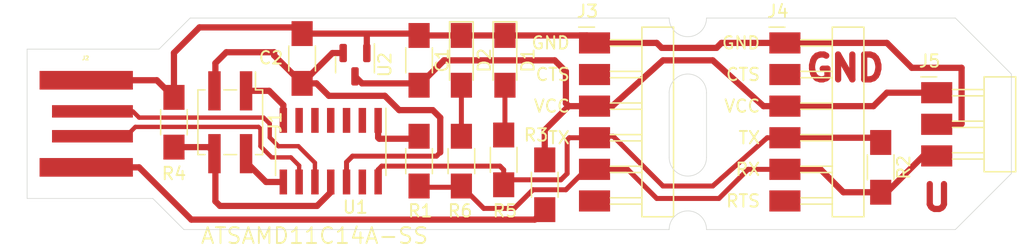
<source format=kicad_pcb>
(kicad_pcb (version 20211014) (generator pcbnew)
  (layers (0 "F.Cu" signal) (31 "B.Cu" signal) (34 "B.Paste" user) (35 "F.Paste" user) (36 "B.SilkS" user "B.Silkscreen") (37 "F.SilkS" user "F.Silkscreen") (38 "B.Mask" user) (39 "F.Mask" user) (44 "Edge.Cuts" user))
  (net 0 "")
  (net 1 "GND")
  (net 2 "+5V")
  (net 3 "+3V3")
  (net 4 "/USB_P")
  (net 5 "/USB_M")
  (net 6 "/TX")
  (net 8 "/DIO")
  (net 18 "Net-(D1-Pad2)")
  (net 19 "Net-(D2-Pad2)")
  (net 20 "/GND2")
  (net 21 "Net-(J1-Pad1)")
  (net 22 "/RX")
  (net 23 "/RX3V")
  (net 24 "Net-(J2-Pad5V)")
  (footprint "fab:PinHeader_FTDI_01x06_P2.54mm_Horizontal_SMD" (layer "F.Cu") (at 21 -16)
    (fp_text reference "J3" (at -1.524 -2.54 180) (layer "F.SilkS") (effects (justify left)))
    (fp_text value "FTDI Out")
    (fp_text user "GND" (at -1.905 0) (layer "F.SilkS") (effects (justify right)))
    (fp_text user "CTS" (at -1.905 2.54) (layer "F.SilkS") (effects (justify right)))
    (fp_text user "VCC" (at -1.905 5.08) (layer "F.SilkS") (effects (justify right)))
    (fp_text user "TX" (at -1.905 7.62) (layer "F.SilkS") (effects (justify right)))
    (fp_line (start 6.35 -1.27) (end 6.35 13.97) (layer "F.SilkS") (width 0.12))
    (fp_line (start 3.81 9.906) (end 1.27 9.906) (layer "F.SilkS") (width 0.12))
    (fp_line (start 3.81 12.954) (end 1.27 12.954) (layer "F.SilkS") (width 0.12))
    (fp_line (start 3.81 -1.27) (end 6.35 -1.27) (layer "F.SilkS") (width 0.12))
    (fp_line (start 3.81 5.334) (end 1.27 5.334) (layer "F.SilkS") (width 0.12))
    (fp_line (start 3.81 4.826) (end 1.27 4.826) (layer "F.SilkS") (width 0.12))
    (fp_line (start 3.81 2.286) (end 1.27 2.286) (layer "F.SilkS") (width 0.12))
    (fp_line (start 3.81 12.446) (end 1.27 12.446) (layer "F.SilkS") (width 0.12))
    (fp_line (start 3.81 7.366) (end 1.27 7.366) (layer "F.SilkS") (width 0.12))
    (fp_line (start 3.81 13.97) (end 3.81 -1.27) (layer "F.SilkS") (width 0.12))
    (fp_line (start 3.81 0.254) (end 1.27 0.254) (layer "F.SilkS") (width 0.12))
    (fp_line (start -1.27 -1.27) (end 0 -1.27) (layer "F.SilkS") (width 0.12))
    (fp_line (start 3.81 2.794) (end 1.27 2.794) (layer "F.SilkS") (width 0.12))
    (fp_line (start 3.81 7.874) (end 1.27 7.874) (layer "F.SilkS") (width 0.12))
    (fp_line (start 3.81 -0.254) (end 1.27 -0.254) (layer "F.SilkS") (width 0.12))
    (fp_line (start 3.81 10.414) (end 1.27 10.414) (layer "F.SilkS") (width 0.12))
    (fp_line (start 6.35 13.97) (end 3.81 13.97) (layer "F.SilkS") (width 0.12))
    (pad "1" smd rect locked (at 0 0) (size 2.5 1.7) (layers "F.Cu" "F.Paste" "F.Mask") (net 1 "GND"))
    (pad "2" smd rect locked (at 0 2.54) (size 2.5 1.7) (layers "F.Cu" "F.Paste" "F.Mask"))
    (pad "3" smd rect locked (at 0 5.08) (size 2.5 1.7) (layers "F.Cu" "F.Paste" "F.Mask") (net 2 "+5V"))
    (pad "4" smd rect locked (at 0 7.62) (size 2.5 1.7) (layers "F.Cu" "F.Paste" "F.Mask") (net 6 "/TX"))
    (pad "5" smd rect locked (at 0 10.16) (size 2.5 1.7) (layers "F.Cu" "F.Paste" "F.Mask") (net 22 "/RX"))
    (pad "6" smd rect locked (at 0 12.7) (size 2.5 1.7) (layers "F.Cu" "F.Paste" "F.Mask"))
  )
  (footprint "fab:PinHeader_FTDI_01x06_P2.54mm_Horizontal_SMD" (layer "F.Cu") (at 36.3 -16)
    (fp_text reference "J4" (at -1.524 -2.54 180) (layer "F.SilkS") (effects (justify left)))
    (fp_text value "FTDI In")
    (fp_text user "CTS" (at -1.905 2.54) (layer "F.SilkS") (effects (justify right)))
    (fp_text user "RTS" (at -1.905 12.7) (layer "F.SilkS") (effects (justify right)))
    (fp_text user "TX" (at -1.905 7.62) (layer "F.SilkS") (effects (justify right)))
    (fp_text user "VCC" (at -1.905 5.08) (layer "F.SilkS") (effects (justify right)))
    (fp_text user "GND" (at -1.905 0) (layer "F.SilkS") (effects (justify right)))
    (fp_text user "RX" (at -1.905 10.16) (layer "F.SilkS") (effects (justify right)))
    (fp_line (start 3.81 12.954) (end 1.27 12.954) (layer "F.SilkS") (width 0.12))
    (fp_line (start 3.81 2.794) (end 1.27 2.794) (layer "F.SilkS") (width 0.12))
    (fp_line (start 3.81 10.414) (end 1.27 10.414) (layer "F.SilkS") (width 0.12))
    (fp_line (start 6.35 -1.27) (end 6.35 13.97) (layer "F.SilkS") (width 0.12))
    (fp_line (start 3.81 4.826) (end 1.27 4.826) (layer "F.SilkS") (width 0.12))
    (fp_line (start 3.81 9.906) (end 1.27 9.906) (layer "F.SilkS") (width 0.12))
    (fp_line (start 6.35 13.97) (end 3.81 13.97) (layer "F.SilkS") (width 0.12))
    (fp_line (start -1.27 -1.27) (end 0 -1.27) (layer "F.SilkS") (width 0.12))
    (fp_line (start 3.81 2.286) (end 1.27 2.286) (layer "F.SilkS") (width 0.12))
    (fp_line (start 3.81 -1.27) (end 6.35 -1.27) (layer "F.SilkS") (width 0.12))
    (fp_line (start 3.81 0.254) (end 1.27 0.254) (layer "F.SilkS") (width 0.12))
    (fp_line (start 3.81 7.874) (end 1.27 7.874) (layer "F.SilkS") (width 0.12))
    (fp_line (start 3.81 7.366) (end 1.27 7.366) (layer "F.SilkS") (width 0.12))
    (fp_line (start 3.81 5.334) (end 1.27 5.334) (layer "F.SilkS") (width 0.12))
    (fp_line (start 3.81 13.97) (end 3.81 -1.27) (layer "F.SilkS") (width 0.12))
    (fp_line (start 3.81 -0.254) (end 1.27 -0.254) (layer "F.SilkS") (width 0.12))
    (fp_line (start 3.81 12.446) (end 1.27 12.446) (layer "F.SilkS") (width 0.12))
    (pad "1" smd rect locked (at 0 0) (size 2.5 1.7) (layers "F.Cu" "F.Paste" "F.Mask") (net 1 "GND"))
    (pad "2" smd rect locked (at 0 2.54) (size 2.5 1.7) (layers "F.Cu" "F.Paste" "F.Mask"))
    (pad "3" smd rect locked (at 0 5.08) (size 2.5 1.7) (layers "F.Cu" "F.Paste" "F.Mask") (net 2 "+5V"))
    (pad "4" smd rect locked (at 0 7.62) (size 2.5 1.7) (layers "F.Cu" "F.Paste" "F.Mask") (net 6 "/TX"))
    (pad "5" smd rect locked (at 0 10.16) (size 2.5 1.7) (layers "F.Cu" "F.Paste" "F.Mask") (net 22 "/RX"))
    (pad "6" smd rect locked (at 0 12.7) (size 2.5 1.7) (layers "F.Cu" "F.Paste" "F.Mask"))
  )
  (footprint "fab:C_1206" (layer "F.Cu") (at 6.9 -14.6 -90)
    (fp_text reference "C1" (at 0 -1.85 90) (layer "F.SilkS"))
    (fp_text value "1 uF")
    (fp_line (start -1 -1.07) (end 1 -1.07) (layer "F.SilkS") (width 0.12))
    (fp_line (start 1 1.07) (end -1 1.07) (layer "F.SilkS") (width 0.12))
    (pad "1" smd rect locked (at -2 0 270) (size 2 1.7) (layers "F.Cu" "F.Paste" "F.Mask") (net 1 "GND"))
    (pad "2" smd rect locked (at 2 0 270) (size 2 1.7) (layers "F.Cu" "F.Paste" "F.Mask") (net 2 "+5V"))
  )
  (footprint "fab:PinHeader_1x03_P2.54mm_Horizontal_SMD" (layer "F.Cu") (at 48.5 -12)
    (fp_text reference "J5" (at -1.524 -2.54 180) (layer "F.SilkS") (effects (justify left)))
    (fp_text value "UPDI Out")
    (fp_line (start 3.81 -0.254) (end 1.27 -0.254) (layer "F.SilkS") (width 0.12))
    (fp_line (start 3.81 2.794) (end 1.27 2.794) (layer "F.SilkS") (width 0.12))
    (fp_line (start 6.35 6.35) (end 3.81 6.35) (layer "F.SilkS") (width 0.12))
    (fp_line (start 3.81 6.35) (end 3.81 -1.27) (layer "F.SilkS") (width 0.12))
    (fp_line (start 3.81 0.254) (end 1.27 0.254) (layer "F.SilkS") (width 0.12))
    (fp_line (start 6.35 -1.27) (end 6.35 6.35) (layer "F.SilkS") (width 0.12))
    (fp_line (start 3.81 2.286) (end 1.27 2.286) (layer "F.SilkS") (width 0.12))
    (fp_line (start 3.81 5.334) (end 1.27 5.334) (layer "F.SilkS") (width 0.12))
    (fp_line (start 3.81 4.826) (end 1.27 4.826) (layer "F.SilkS") (width 0.12))
    (fp_line (start 3.81 -1.27) (end 6.35 -1.27) (layer "F.SilkS") (width 0.12))
    (fp_line (start -1.27 -1.27) (end 0 -1.27) (layer "F.SilkS") (width 0.12))
    (pad "1" smd rect locked (at 0 0) (size 2.5 1.7) (layers "F.Cu" "F.Paste" "F.Mask") (net 2 "+5V"))
    (pad "2" smd rect locked (at 0 2.54) (size 2.5 1.7) (layers "F.Cu" "F.Paste" "F.Mask") (net 1 "GND"))
    (pad "3" smd rect locked (at 0 5.08) (size 2.5 1.7) (layers "F.Cu" "F.Paste" "F.Mask") (net 22 "/RX"))
  )
  (footprint "fab:R_1206" (layer "F.Cu") (at 44 -6 -90)
    (fp_text reference "R2" (at 0 -1.85 90) (layer "F.SilkS"))
    (fp_text value "4.7K")
    (fp_line (start -1 -1.07) (end 1 -1.07) (layer "F.SilkS") (width 0.12))
    (fp_line (start 1 1.07) (end -1 1.07) (layer "F.SilkS") (width 0.12))
    (pad "1" smd rect locked (at -2 0 270) (size 2 1.7) (layers "F.Cu" "F.Paste" "F.Mask") (net 6 "/TX"))
    (pad "2" smd rect locked (at 2 0 270) (size 2 1.7) (layers "F.Cu" "F.Paste" "F.Mask") (net 22 "/RX"))
  )
  (footprint "fab:C_1206" (layer "F.Cu") (at -2.5 -14.75 90)
    (fp_text reference "C2" (at 0.05 -2.5 180) (layer "F.SilkS"))
    (fp_text value "1 uF")
    (fp_line (start -1 -1.07) (end 1 -1.07) (layer "F.SilkS") (width 0.12))
    (fp_line (start 1 1.07) (end -1 1.07) (layer "F.SilkS") (width 0.12))
    (pad "1" smd rect locked (at -2 0 90) (size 2 1.7) (layers "F.Cu" "F.Paste" "F.Mask") (net 3 "+3V3"))
    (pad "2" smd rect locked (at 2 0 90) (size 2 1.7) (layers "F.Cu" "F.Paste" "F.Mask") (net 1 "GND"))
  )
  (footprint "fab:R_1206" (layer "F.Cu") (at 6.9 -6.5 90)
    (fp_text reference "R1" (at -4 0.1 180) (layer "F.SilkS"))
    (fp_text value "1.2K")
    (fp_line (start -1 -1.07) (end 1 -1.07) (layer "F.SilkS") (width 0.12))
    (fp_line (start 1 1.07) (end -1 1.07) (layer "F.SilkS") (width 0.12))
    (pad "1" smd rect locked (at -2 0 90) (size 2 1.7) (layers "F.Cu" "F.Paste" "F.Mask") (net 22 "/RX"))
    (pad "2" smd rect locked (at 2 0 90) (size 2 1.7) (layers "F.Cu" "F.Paste" "F.Mask") (net 23 "/RX3V"))
  )
  (footprint "fab:SOIC-14_3.9x8.7mm_P1.27mm" (layer "F.Cu") (at -0.2 -7.3 -90)
    (fp_text reference "U1" (at 4.5 -1.975 180) (layer "F.SilkS"))
    (fp_text value "ATSAMD11C14A-SS" (at 6.8 1.3 180) (layer "F.SilkS") (effects (font (size 1.27 1.27))))
    (fp_line (start 0 -4.435) (end -3.45 -4.435) (layer "F.SilkS") (width 0.12))
    (fp_line (start 0 4.435) (end -1.95 4.435) (layer "F.SilkS") (width 0.12))
    (fp_line (start 0 4.435) (end 1.95 4.435) (layer "F.SilkS") (width 0.12))
    (fp_line (start 0 -4.435) (end 1.95 -4.435) (layer "F.SilkS") (width 0.12))
    (pad "1" smd rect locked (at -2.475 -3.81 270) (size 2 0.6) (layers "F.Cu" "F.Paste" "F.Mask") (net 23 "/RX3V"))
    (pad "2" smd rect locked (at -2.475 -2.54 270) (size 2 0.6) (layers "F.Cu" "F.Paste" "F.Mask"))
    (pad "3" smd rect locked (at -2.475 -1.27 270) (size 2 0.6) (layers "F.Cu" "F.Paste" "F.Mask"))
    (pad "4" smd rect locked (at -2.475 0 270) (size 2 0.6) (layers "F.Cu" "F.Paste" "F.Mask"))
    (pad "5" smd rect locked (at -2.475 1.27 270) (size 2 0.6) (layers "F.Cu" "F.Paste" "F.Mask"))
    (pad "6" smd rect locked (at -2.475 2.54 270) (size 2 0.6) (layers "F.Cu" "F.Paste" "F.Mask"))
    (pad "7" smd rect locked (at -2.475 3.81 270) (size 2 0.6) (layers "F.Cu" "F.Paste" "F.Mask") (net 21 "Net-(J1-Pad1)"))
    (pad "8" smd rect locked (at 2.475 3.81 270) (size 2 0.6) (layers "F.Cu" "F.Paste" "F.Mask") (net 8 "/DIO"))
    (pad "9" smd rect locked (at 2.475 2.54 270) (size 2 0.6) (layers "F.Cu" "F.Paste" "F.Mask") (net 5 "/USB_M"))
    (pad "10" smd rect locked (at 2.475 1.27 270) (size 2 0.6) (layers "F.Cu" "F.Paste" "F.Mask") (net 4 "/USB_P"))
    (pad "11" smd rect locked (at 2.475 0 270) (size 2 0.6) (layers "F.Cu" "F.Paste" "F.Mask") (net 20 "/GND2"))
    (pad "12" smd rect locked (at 2.475 -1.27 270) (size 2 0.6) (layers "F.Cu" "F.Paste" "F.Mask") (net 3 "+3V3"))
    (pad "13" smd rect locked (at 2.475 -2.54 270) (size 2 0.6) (layers "F.Cu" "F.Paste" "F.Mask"))
    (pad "14" smd rect locked (at 2.475 -3.81 270) (size 2 0.6) (layers "F.Cu" "F.Paste" "F.Mask") (net 6 "/TX"))
  )
  (footprint "fab:PinHeader_2x02_P2.54mm_Vertical_SMD" (layer "F.Cu") (at -8.275 -9.625 -90)
    (fp_text reference "J1" (at 0 -3.6 90) (layer "F.SilkS"))
    (fp_text value "SWD")
    (fp_line (start 2.6 -0.51) (end 2.6 0.51) (layer "F.SilkS") (width 0.12))
    (fp_line (start -2.6 -2.6) (end -2.6 -2.03) (layer "F.SilkS") (width 0.12))
    (fp_line (start 2.6 2.03) (end 2.6 2.6) (layer "F.SilkS") (width 0.12))
    (fp_line (start -2.6 -2.6) (end 2.6 -2.6) (layer "F.SilkS") (width 0.12))
    (fp_line (start -2.6 2.6) (end 2.6 2.6) (layer "F.SilkS") (width 0.12))
    (fp_line (start -4.04 -2.03) (end -2.6 -2.03) (layer "F.SilkS") (width 0.12))
    (fp_line (start 2.6 -2.6) (end 2.6 -2.03) (layer "F.SilkS") (width 0.12))
    (fp_line (start -2.6 2.03) (end -2.6 2.6) (layer "F.SilkS") (width 0.12))
    (fp_line (start -2.6 -0.51) (end -2.6 0.51) (layer "F.SilkS") (width 0.12))
    (pad "1" smd rect locked (at -2.525 -1.27 270) (size 3.15 1) (layers "F.Cu" "F.Paste" "F.Mask") (net 21 "Net-(J1-Pad1)"))
    (pad "2" smd rect locked (at 2.525 -1.27 270) (size 3.15 1) (layers "F.Cu" "F.Paste" "F.Mask") (net 8 "/DIO"))
    (pad "3" smd rect locked (at -2.525 1.27 270) (size 3.15 1) (layers "F.Cu" "F.Paste" "F.Mask") (net 3 "+3V3"))
    (pad "4" smd rect locked (at 2.525 1.27 270) (size 3.15 1) (layers "F.Cu" "F.Paste" "F.Mask") (net 20 "/GND2"))
  )
  (footprint "fab:R_1206" (layer "F.Cu") (at 17 -4.6 90)
    (fp_text reference "R3" (at 4 -0.7 180) (layer "F.SilkS"))
    (fp_text value "0K")
    (fp_line (start -1 -1.07) (end 1 -1.07) (layer "F.SilkS") (width 0.12))
    (fp_line (start 1 1.07) (end -1 1.07) (layer "F.SilkS") (width 0.12))
    (pad "1" smd rect locked (at -2 0 90) (size 2 1.7) (layers "F.Cu" "F.Paste" "F.Mask") (net 24 "Net-(J2-Pad5V)"))
    (pad "2" smd rect locked (at 2 0 90) (size 2 1.7) (layers "F.Cu" "F.Paste" "F.Mask") (net 2 "+5V"))
  )
  (footprint "fab:R_1206" (layer "F.Cu") (at -12.8 -9.625 -90)
    (fp_text reference "R4" (at 4.125 0 180) (layer "F.SilkS"))
    (fp_text value "0K")
    (fp_line (start 1 1.07) (end -1 1.07) (layer "F.SilkS") (width 0.12))
    (fp_line (start -1 -1.07) (end 1 -1.07) (layer "F.SilkS") (width 0.12))
    (pad "1" smd rect locked (at -2 0 270) (size 2 1.7) (layers "F.Cu" "F.Paste" "F.Mask") (net 1 "GND"))
    (pad "2" smd rect locked (at 2 0 270) (size 2 1.7) (layers "F.Cu" "F.Paste" "F.Mask") (net 20 "/GND2"))
  )
  (footprint "wheaton:FAB_USB-A-PCB" (layer "F.Cu") (at -19.65 -9.5)
    (fp_text reference "J2" (at -0.254 -5.2832) (layer "F.SilkS") (effects (font (size 0.32 0.32))))
    (fp_text value "FAB-USB-PCB")
    (pad "5V" smd rect locked (at -0.2 3.5) (size 7.5 1.5) (layers "F.Cu" "F.Paste" "F.Mask") (net 24 "Net-(J2-Pad5V)"))
    (pad "GND" smd rect locked (at -0.2 -3.5) (size 7.5 1.5) (layers "F.Cu" "F.Paste" "F.Mask") (net 1 "GND"))
    (pad "USB_M" smd rect locked (at 0.3 1) (size 6.5 1) (layers "F.Cu" "F.Paste" "F.Mask") (net 5 "/USB_M"))
    (pad "USB_P" smd rect locked (at 0.3 -1) (size 6.5 1) (layers "F.Cu" "F.Paste" "F.Mask") (net 4 "/USB_P"))
  )
  (footprint "fab:R_1206" (layer "F.Cu") (at 10.3 -6.5 -90)
    (fp_text reference "R6" (at 4 0.1 180) (layer "F.SilkS"))
    (fp_text value "500")
    (fp_line (start 1 1.07) (end -1 1.07) (layer "F.SilkS") (width 0.12))
    (fp_line (start -1 -1.07) (end 1 -1.07) (layer "F.SilkS") (width 0.12))
    (pad "1" smd rect locked (at -2 0 270) (size 2 1.7) (layers "F.Cu" "F.Paste" "F.Mask") (net 19 "Net-(D2-Pad2)"))
    (pad "2" smd rect locked (at 2 0 270) (size 2 1.7) (layers "F.Cu" "F.Paste" "F.Mask") (net 22 "/RX"))
  )
  (footprint "Package_TO_SOT_SMD:SOT-23" (layer "F.Cu") (at 1.75 -14.25 -90)
    (fp_text reference "U2" (at 0 -2.4 -90) (layer "F.SilkS"))
    (fp_text value "MCP1700")
    (fp_line (start 0 1.56) (end 0.65 1.56) (layer "F.SilkS") (width 0.12))
    (fp_line (start 0 -1.56) (end 0.65 -1.56) (layer "F.SilkS") (width 0.12))
    (fp_line (start 0 1.56) (end -0.65 1.56) (layer "F.SilkS") (width 0.12))
    (fp_line (start 0 -1.56) (end -1.675 -1.56) (layer "F.SilkS") (width 0.12))
    (pad "1" smd roundrect (at -0.9375 -0.95 270) (size 1.475 0.6) (layers "F.Cu" "F.Paste" "F.Mask") (net 1 "GND"))
    (pad "2" smd roundrect (at -0.9375 0.95 270) (size 1.475 0.6) (layers "F.Cu" "F.Paste" "F.Mask") (net 3 "+3V3"))
    (pad "3" smd roundrect (at 0.9375 0 270) (size 1.475 0.6) (layers "F.Cu" "F.Paste" "F.Mask") (net 2 "+5V"))
  )
  (footprint "fab:LED_1206" (layer "F.Cu") (at 10.3 -14.6 -90)
    (fp_text reference "D2" (at 0 -1.85 90) (layer "F.SilkS"))
    (fp_text value "GRN LED")
    (fp_line (start -3.1 -0.95) (end -3.1 0.95) (layer "F.SilkS") (width 0.12))
    (fp_line (start -3.1 0.95) (end 1.6 0.95) (layer "F.SilkS") (width 0.12))
    (fp_line (start -3.1 -0.95) (end 1.6 -0.95) (layer "F.SilkS") (width 0.12))
    (pad "1" smd rect locked (at -2 0 270) (size 2 1.7) (layers "F.Cu" "F.Paste" "F.Mask") (net 1 "GND"))
    (pad "2" smd rect locked (at 2 0 270) (size 2 1.7) (layers "F.Cu" "F.Paste" "F.Mask") (net 19 "Net-(D2-Pad2)"))
  )
  (footprint "fab:R_1206" (layer "F.Cu") (at 13.7 -6.6 90)
    (fp_text reference "R5" (at -4.1 0.1 180) (layer "F.SilkS"))
    (fp_text value "1.2K")
    (fp_line (start -1 -1.07) (end 1 -1.07) (layer "F.SilkS") (width 0.12))
    (fp_line (start 1 1.07) (end -1 1.07) (layer "F.SilkS") (width 0.12))
    (pad "1" smd rect locked (at -2 0 90) (size 2 1.7) (layers "F.Cu" "F.Paste" "F.Mask") (net 6 "/TX"))
    (pad "2" smd rect locked (at 2 0 90) (size 2 1.7) (layers "F.Cu" "F.Paste" "F.Mask") (net 18 "Net-(D1-Pad2)"))
  )
  (footprint "fab:LED_1206" (layer "F.Cu") (at 13.8 -14.6 -90)
    (fp_text reference "D1" (at 0 -1.85 90) (layer "F.SilkS"))
    (fp_text value "RED LED")
    (fp_line (start -3.1 -0.95) (end 1.6 -0.95) (layer "F.SilkS") (width 0.12))
    (fp_line (start -3.1 0.95) (end 1.6 0.95) (layer "F.SilkS") (width 0.12))
    (fp_line (start -3.1 -0.95) (end -3.1 0.95) (layer "F.SilkS") (width 0.12))
    (pad "1" smd rect locked (at -2 0 270) (size 2 1.7) (layers "F.Cu" "F.Paste" "F.Mask") (net 1 "GND"))
    (pad "2" smd rect locked (at 2 0 270) (size 2 1.7) (layers "F.Cu" "F.Paste" "F.Mask") (net 18 "Net-(D1-Pad2)"))
  )
  (gr_line (start 54.5 -5.5) (end 54.5 -13.5) (layer "Edge.Cuts") (width 0.05))
  (gr_line (start -11.5 -18) (end -14 -15.5) (layer "Edge.Cuts") (width 0.05))
  (gr_line (start -14 -15.5) (end -24.6 -15.5) (layer "Edge.Cuts") (width 0.05))
  (gr_arc (start 30 -18) (mid 28.5 -16.5) (end 27 -18) (layer "Edge.Cuts") (width 0.05))
  (gr_arc (start 27 -1) (mid 28.5 -2.5) (end 30 -1) (layer "Edge.Cuts") (width 0.05))
  (gr_line (start 54.5 -13.5) (end 50 -18) (layer "Edge.Cuts") (width 0.05))
  (gr_line (start 27 -6.8) (end 27 -12) (layer "Edge.Cuts") (width 0.05))
  (gr_line (start 30 -1) (end 50 -1) (layer "Edge.Cuts") (width 0.05))
  (gr_line (start 30 -12) (end 30 -6.8) (layer "Edge.Cuts") (width 0.05))
  (gr_line (start -24.6 -15.5) (end -24.6 -3.5) (layer "Edge.Cuts") (width 0.05))
  (gr_line (start 27 -18) (end -11.5 -18) (layer "Edge.Cuts") (width 0.05))
  (gr_arc (start 30 -6.8) (mid 28.5 -5.3) (end 27 -6.8) (layer "Edge.Cuts") (width 0.05))
  (gr_line (start 50 -1) (end 54.5 -5.5) (layer "Edge.Cuts") (width 0.05))
  (gr_line (start 30 -18) (end 50 -18) (layer "Edge.Cuts") (width 0.05))
  (gr_line (start -14.5 -3.5) (end -12 -1) (layer "Edge.Cuts") (width 0.05))
  (gr_line (start -24.6 -3.5) (end -14.5 -3.5) (layer "Edge.Cuts") (width 0.05))
  (gr_arc (start 27 -12) (mid 28.5 -13.5) (end 30 -12) (layer "Edge.Cuts") (width 0.05))
  (gr_line (start 27 -1) (end -12 -1) (layer "Edge.Cuts") (width 0.05))
  (gr_text "GND" (at 41.148 -13.97) (layer "F.Cu") (effects (font (size 2 2) (thickness 0.5))))
  (gr_text "U" (at 48.514 -3.556) (layer "F.Cu") (effects (font (size 2 2) (thickness 0.5))))
  (segment (start 30.8 -15.6) (end 31.2 -16) (width 0.5) (layer "F.Cu") (net 1))
  (segment (start 50.5 -14) (end 50.5 -9.5) (width 0.5) (layer "F.Cu") (net 1))
  (segment (start 46.5 -14) (end 50.5 -14) (width 0.5) (layer "F.Cu") (net 1))
  (segment (start 13.8 -16.6) (end 20.4 -16.6) (width 0.5) (layer "F.Cu") (net 1))
  (segment (start 6.9 -16.6) (end 6.4 -16.6) (width 0.5) (layer "F.Cu") (net 1))
  (segment (start 20.4 -16.6) (end 21 -16) (width 0.5) (layer "F.Cu") (net 1))
  (segment (start -3 -17.25) (end -2.5 -16.75) (width 0.5) (layer "F.Cu") (net 1))
  (segment (start 36.3 -16) (end 44.5 -16) (width 0.5) (layer "F.Cu") (net 1))
  (segment (start -12.8 -11.625) (end -12.8 -15.2) (width 0.5) (layer "F.Cu") (net 1))
  (segment (start -2.5 -16.75) (end 2.75 -16.75) (width 0.5) (layer "F.Cu") (net 1))
  (segment (start -12.8 -15.2) (end -10.75 -17.25) (width 0.5) (layer "F.Cu") (net 1))
  (segment (start 21 -16) (end 26 -16) (width 0.5) (layer "F.Cu") (net 1))
  (segment (start 10.3 -16.6) (end 13.8 -16.6) (width 0.5) (layer "F.Cu") (net 1))
  (segment (start 50.5 -9.5) (end 50.46 -9.46) (width 0.5) (layer "F.Cu") (net 1))
  (segment (start 6.9 -16.6) (end 10.3 -16.6) (width 0.5) (layer "F.Cu") (net 1))
  (segment (start 26 -16) (end 26.4 -15.6) (width 0.5) (layer "F.Cu") (net 1))
  (segment (start 6.75 -16.75) (end 6.9 -16.6) (width 0.5) (layer "F.Cu") (net 1))
  (segment (start -14.175 -13) (end -12.8 -11.625) (width 0.5) (layer "F.Cu") (net 1))
  (segment (start 26.4 -15.6) (end 30.8 -15.6) (width 0.5) (layer "F.Cu") (net 1))
  (segment (start 31.2 -16) (end 36.3 -16) (width 0.5) (layer "F.Cu") (net 1))
  (segment (start 2.75 -16.75) (end 6.75 -16.75) (width 0.5) (layer "F.Cu") (net 1))
  (segment (start 50.46 -9.46) (end 48.5 -9.46) (width 0.5) (layer "F.Cu") (net 1))
  (segment (start 2.7 -15.1875) (end 2.7 -16.7) (width 0.5) (layer "F.Cu") (net 1))
  (segment (start -19.85 -13) (end -14.175 -13) (width 0.5) (layer "F.Cu") (net 1))
  (segment (start 44.5 -16) (end 46.5 -14) (width 0.5) (layer "F.Cu") (net 1))
  (segment (start 2.7 -16.7) (end 2.75 -16.75) (width 0.5) (layer "F.Cu") (net 1))
  (segment (start -10.75 -17.25) (end -3 -17.25) (width 0.5) (layer "F.Cu") (net 1))
  (segment (start 36.3 -10.92) (end 43.42 -10.92) (width 0.5) (layer "F.Cu") (net 2))
  (segment (start 17 -9) (end 18.92 -10.92) (width 0.5) (layer "F.Cu") (net 2))
  (segment (start 30.5 -14.6) (end 34.58 -10.92) (width 0.5) (layer "F.Cu") (net 2))
  (segment (start 18.92 -10.92) (end 18.7 -11.14) (width 0.5) (layer "F.Cu") (net 2))
  (segment (start 6.9 -12.6) (end 6.75 -12.75) (width 0.5) (layer "F.Cu") (net 2))
  (segment (start 2.3125 -12.75) (end 1.75 -13.3125) (width 0.5) (layer "F.Cu") (net 2))
  (segment (start 8.9 -14.6) (end 6.9 -12.6) (width 0.5) (layer "F.Cu") (net 2))
  (segment (start 21 -10.92) (end 22.42 -10.92) (width 0.5) (layer "F.Cu") (net 2))
  (segment (start 44.5 -12) (end 48.5 -12) (width 0.5) (layer "F.Cu") (net 2))
  (segment (start 22.42 -10.92) (end 26.5 -14.6) (width 0.5) (layer "F.Cu") (net 2))
  (segment (start 43.42 -10.92) (end 44.5 -12) (width 0.5) (layer "F.Cu") (net 2))
  (segment (start 17.8 -14.6) (end 8.9 -14.6) (width 0.5) (layer "F.Cu") (net 2))
  (segment (start 18.7 -11.14) (end 18.7 -13.7) (width 0.5) (layer "F.Cu") (net 2))
  (segment (start 18.92 -10.92) (end 21 -10.92) (width 0.5) (layer "F.Cu") (net 2))
  (segment (start 34.58 -10.92) (end 36.3 -10.92) (width 0.5) (layer "F.Cu") (net 2))
  (segment (start 26.5 -14.6) (end 30.5 -14.6) (width 0.5) (layer "F.Cu") (net 2))
  (segment (start 17 -6.6) (end 17 -9) (width 0.5) (layer "F.Cu") (net 2))
  (segment (start 18.7 -13.7) (end 17.8 -14.6) (width 0.5) (layer "F.Cu") (net 2))
  (segment (start 6.75 -12.75) (end 2.3125 -12.75) (width 0.5) (layer "F.Cu") (net 2))
  (segment (start -1.35 -12.75) (end -0.35 -11.75) (width 0.5) (layer "F.Cu") (net 3))
  (segment (start -0.0625 -15.1875) (end -2.5 -12.75) (width 0.5) (layer "F.Cu") (net 3))
  (segment (start -4.75 -15.25) (end -8.594 -15.25) (width 0.5) (layer "F.Cu") (net 3))
  (segment (start 0.8 -15.1875) (end -0.0625 -15.1875) (width 0.5) (layer "F.Cu") (net 3))
  (segment (start 1.07 -4.825) (end 1.07 -6.42) (width 0.4) (layer "F.Cu") (net 3))
  (segment (start 4.15 -11.75) (end 5.3 -10.6) (width 0.5) (layer "F.Cu") (net 3))
  (segment (start 8.3 -6.9) (end 8.6 -7.2) (width 0.4) (layer "F.Cu") (net 3))
  (segment (start 5.3 -10.6) (end 8 -10.6) (width 0.5) (layer "F.Cu") (net 3))
  (segment (start -0.35 -11.75) (end 4.15 -11.75) (width 0.5) (layer "F.Cu") (net 3))
  (segment (start 1.07 -6.42) (end 1.55 -6.9) (width 0.4) (layer "F.Cu") (net 3))
  (segment (start -8.594 -15.25) (end -9.47 -14.374) (width 0.5) (layer "F.Cu") (net 3))
  (segment (start 8.6 -10) (end 8.6 -7.2) (width 0.5) (layer "F.Cu") (net 3))
  (segment (start -2.5 -12.75) (end -4.75 -15) (width 0.5) (layer "F.Cu") (net 3))
  (segment (start 8 -10.6) (end 8.6 -10) (width 0.5) (layer "F.Cu") (net 3))
  (segment (start 1.55 -6.9) (end 8.3 -6.9) (width 0.4) (layer "F.Cu") (net 3))
  (segment (start -9.47 -12.15) (end -9.47 -14.374) (width 0.5) (layer "F.Cu") (net 3))
  (segment (start -2.5 -12.75) (end -1.35 -12.75) (width 0.5) (layer "F.Cu") (net 3))
  (segment (start -4.75 -15) (end -4.75 -15.25) (width 0.5) (layer "F.Cu") (net 3))
  (segment (start -5.1 -8.4) (end -4.4 -7.7) (width 0.35) (layer "F.Cu") (net 4))
  (segment (start -2.8 -7.7) (end -1.47 -6.37) (width 0.35) (layer "F.Cu") (net 4))
  (segment (start -1.47 -6.37) (end -1.47 -4.825) (width 0.35) (layer "F.Cu") (net 4))
  (segment (start -15.6 -10) (end -5.6 -10) (width 0.35) (layer "F.Cu") (net 4))
  (segment (start -19.35 -10.5) (end -16.1 -10.5) (width 0.25) (layer "F.Cu") (net 4))
  (segment (start -4.4 -7.7) (end -2.8 -7.7) (width 0.35) (layer "F.Cu") (net 4))
  (segment (start -5.6 -10) (end -5.1 -9.5) (width 0.35) (layer "F.Cu") (net 4))
  (segment (start -5.1 -9.5) (end -5.1 -8.4) (width 0.35) (layer "F.Cu") (net 4))
  (segment (start -16.1 -10.5) (end -15.6 -10) (width 0.35) (layer "F.Cu") (net 4))
  (segment (start -2.74 -6.14) (end -2.74 -4.825) (width 0.35) (layer "F.Cu") (net 5))
  (segment (start -3.4 -6.8) (end -2.74 -6.14) (width 0.35) (layer "F.Cu") (net 5))
  (segment (start -19.35 -8.5) (end -16.65 -8.5) (width 0.25) (layer "F.Cu") (net 5))
  (segment (start -16.65 -8.5) (end -15.9 -9.25) (width 0.35) (layer "F.Cu") (net 5))
  (segment (start -4.95 -6.8) (end -3.4 -6.8) (width 0.35) (layer "F.Cu") (net 5))
  (segment (start -5.85 -9.1) (end -5.85 -7.7) (width 0.35) (layer "F.Cu") (net 5))
  (segment (start -5.85 -7.7) (end -4.95 -6.8) (width 0.35) (layer "F.Cu") (net 5))
  (segment (start -15.9 -9.25) (end -6 -9.25) (width 0.35) (layer "F.Cu") (net 5))
  (segment (start -6 -9.25) (end -5.85 -9.1) (width 0.35) (layer "F.Cu") (net 5))
  (segment (start 34.88 -8.38) (end 30.5 -4.5) (width 0.4) (layer "F.Cu") (net 6))
  (segment (start 26.5 -4.5) (end 22.5 -8.5) (width 0.4) (layer "F.Cu") (net 6))
  (segment (start 36.3 -8.38) (end 34.88 -8.38) (width 0.4) (layer "F.Cu") (net 6))
  (segment (start 13.6 -5) (end 13.2 -4.6) (width 0.4) (layer "F.Cu") (net 6))
  (segment (start 22.5 -8.5) (end 21.52 -8.5) (width 0.4) (layer "F.Cu") (net 6))
  (segment (start 21.52 -8.5) (end 21.4 -8.38) (width 0.4) (layer "F.Cu") (net 6))
  (segment (start 3.61 -5.81) (end 3.9 -6.1) (width 0.4) (layer "F.Cu") (net 6))
  (segment (start 18.3 -5) (end 14.1 -5) (width 0.4) (layer "F.Cu") (net 6))
  (segment (start 18.98 -8.38) (end 18.8 -8.2) (width 0.4) (layer "F.Cu") (net 6))
  (segment (start 3.9 -6.1) (end 13.4 -6.1) (width 0.4) (layer "F.Cu") (net 6))
  (segment (start 13.4 -6.1) (end 13.7 -5.8) (width 0.4) (layer "F.Cu") (net 6))
  (segment (start 44 -8) (end 43.62 -8.38) (width 0.5) (layer "F.Cu") (net 6))
  (segment (start 3.61 -4.825) (end 3.61 -5.81) (width 0.4) (layer "F.Cu") (net 6))
  (segment (start 21.4 -8.38) (end 21 -8.38) (width 0.4) (layer "F.Cu") (net 6))
  (segment (start 13.7 -5.8) (end 13.7 -4.6) (width 0.4) (layer "F.Cu") (net 6))
  (segment (start 18.8 -8.2) (end 18.8 -5.5) (width 0.4) (layer "F.Cu") (net 6))
  (segment (start 30.5 -4.5) (end 26.5 -4.5) (width 0.4) (layer "F.Cu") (net 6))
  (segment (start 18.8 -5.5) (end 18.3 -5) (width 0.4) (layer "F.Cu") (net 6))
  (segment (start 21 -8.38) (end 18.98 -8.38) (width 0.4) (layer "F.Cu") (net 6))
  (segment (start 43.62 -8.38) (end 36.3 -8.38) (width 0.5) (layer "F.Cu") (net 6))
  (segment (start -6.905 -7.125) (end -6.93 -7.1) (width 0.5) (layer "F.Cu") (net 8))
  (segment (start -7.005 -6.43) (end -5.4 -4.825) (width 0.5) (layer "F.Cu") (net 8))
  (segment (start -7.005 -7.1) (end -7.005 -6.43) (width 0.5) (layer "F.Cu") (net 8))
  (segment (start -5.4 -4.825) (end -4.01 -4.825) (width 0.5) (layer "F.Cu") (net 8))
  (segment (start 13.8 -12.6) (end 13.8 -8.7) (width 0.4) (layer "F.Cu") (net 18))
  (segment (start 13.3 -8.7) (end 13.2 -8.6) (width 0.4) (layer "F.Cu") (net 18))
  (segment (start 10.3 -12.6) (end 10.3 -8.5) (width 0.4) (layer "F.Cu") (net 19))
  (segment (start -0.2 -4.825) (end -0.2 -4) (width 0.5) (layer "F.Cu") (net 20))
  (segment (start -0.2 -4) (end -1.3 -2.9) (width 0.5) (layer "F.Cu") (net 20))
  (segment (start -9.995 -7.625) (end -12.8 -7.625) (width 0.5) (layer "F.Cu") (net 20))
  (segment (start -9.1 -2.9) (end -9.47 -3.27) (width 0.5) (layer "F.Cu") (net 20))
  (segment (start -1.3 -2.9) (end -9.1 -2.9) (width 0.5) (layer "F.Cu") (net 20))
  (segment (start -9.47 -3.27) (end -9.47 -7.1) (width 0.5) (layer "F.Cu") (net 20))
  (segment (start -9.47 -7.1) (end -9.995 -7.625) (width 0.5) (layer "F.Cu") (net 20))
  (segment (start -6.855 -12.075) (end -6.93 -12.15) (width 0.5) (layer "F.Cu") (net 21))
  (segment (start -5.15 -12.15) (end -4.01 -11.01) (width 0.5) (layer "F.Cu") (net 21))
  (segment (start -4.01 -11.01) (end -4.01 -9.775) (width 0.5) (layer "F.Cu") (net 21))
  (segment (start -7.005 -12.15) (end -5.15 -12.15) (width 0.5) (layer "F.Cu") (net 21))
  (segment (start 16.050978 -4.2) (end 14.550978 -2.7) (width 0.4) (layer "F.Cu") (net 22))
  (segment (start 18.7 -4.2) (end 16.050978 -4.2) (width 0.4) (layer "F.Cu") (net 22))
  (segment (start 14.550978 -2.7) (end 12.1 -2.7) (width 0.4) (layer "F.Cu") (net 22))
  (segment (start 6.6 -4.2) (end 6.5 -4.3) (width 0.4) (layer "F.Cu") (net 22))
  (segment (start 44.5 -4) (end 44 -4) (width 0.5) (layer "F.Cu") (net 22))
  (segment (start 10.3 -4.4) (end 7.1 -4.4) (width 0.4) (layer "F.Cu") (net 22))
  (segment (start 44 -4) (end 41 -4) (width 0.5) (layer "F.Cu") (net 22))
  (segment (start 31 -3.5) (end 33.34 -5.84) (width 0.4) (layer "F.Cu") (net 22))
  (segment (start 39.16 -5.84) (end 36.3 -5.84) (width 0.5) (layer "F.Cu") (net 22))
  (segment (start 47.42 -6.92) (end 44.5 -4) (width 0.5) (layer "F.Cu") (net 22))
  (segment (start 20.34 -5.84) (end 18.7 -4.2) (width 0.4) (layer "F.Cu") (net 22))
  (segment (start 48.5 -6.92) (end 47.42 -6.92) (width 0.5) (layer "F.Cu") (net 22))
  (segment (start 21 -5.84) (end 20.34 -5.84) (width 0.4) (layer "F.Cu") (net 22))
  (segment (start 23.66 -5.84) (end 26 -3.5) (width 0.4) (layer "F.Cu") (net 22))
  (segment (start 12.1 -2.7) (end 10.3 -4.5) (width 0.4) (layer "F.Cu") (net 22))
  (segment (start 41 -4) (end 39.16 -5.84) (width 0.5) (layer "F.Cu") (net 22))
  (segment (start 33.34 -5.84) (end 36.3 -5.84) (width 0.4) (layer "F.Cu") (net 22))
  (segment (start 26 -3.5) (end 31 -3.5) (width 0.4) (layer "F.Cu") (net 22))
  (segment (start 21 -5.84) (end 23.66 -5.84) (width 0.4) (layer "F.Cu") (net 22))
  (segment (start 3.61 -9.775) (end 3.61 -8.39) (width 0.5) (layer "F.Cu") (net 23))
  (segment (start 3.61 -8.39) (end 3.7 -8.3) (width 0.5) (layer "F.Cu") (net 23))
  (segment (start 3.7 -8.3) (end 6.5 -8.3) (width 0.5) (layer "F.Cu") (net 23))
  (segment (start -11.4 -1.8) (end 16.2 -1.8) (width 0.5) (layer "F.Cu") (net 24))
  (segment (start 16.2 -1.8) (end 17 -2.6) (width 0.5) (layer "F.Cu") (net 24))
  (segment (start -15.6 -6) (end -11.4 -1.8) (width 0.5) (layer "F.Cu") (net 24))
  (segment (start -19.85 -6) (end -15.6 -6) (width 0.5) (layer "F.Cu") (net 24))
)
</source>
